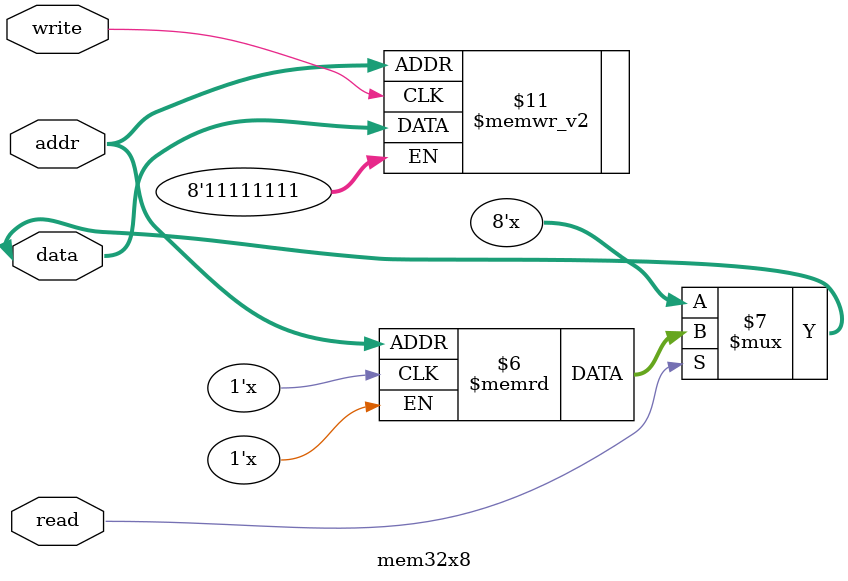
<source format=v>
/***************
* 32X8 MEMORY *
***************/

`timescale 1ns/1ns

module  mem32x8(
    inout [7:0] data ,

    input [4:0] addr ,

    input       read ,
    input       write
);

reg [7:0] memory [0:31];

always @(posedge write) begin
   memory[addr] = data;
end

assign data = (read) ? memory[addr] : 8'bZ;

endmodule

</source>
